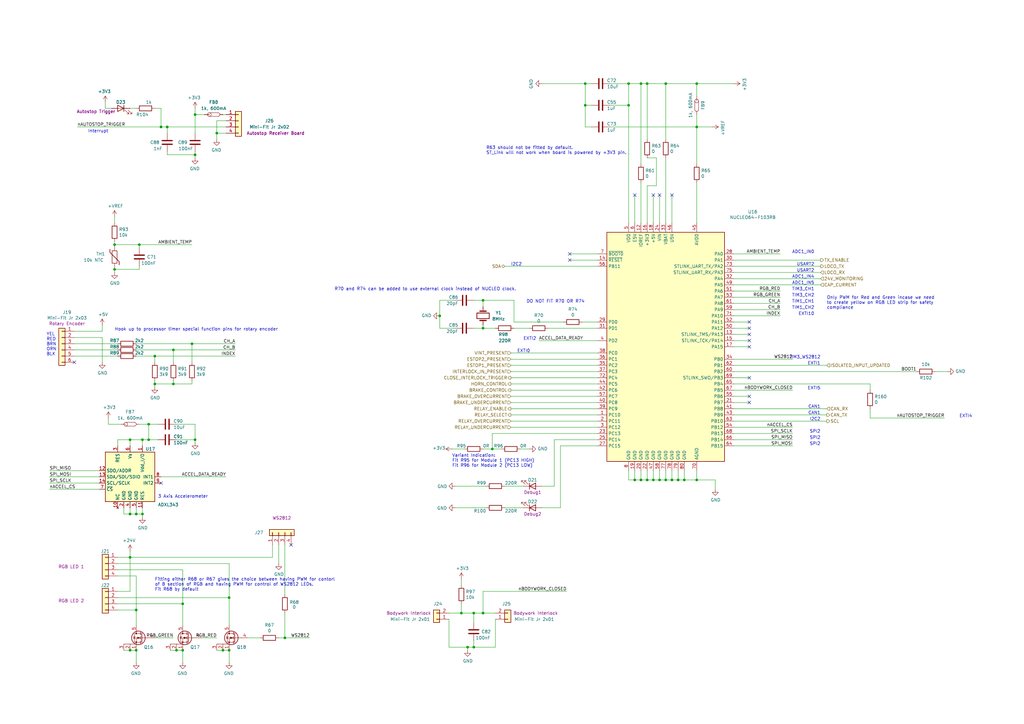
<source format=kicad_sch>
(kicad_sch (version 20211123) (generator eeschema)
  (paper "A3")
  (title_block (title "Loco Main Board") (date "2021-05-26") (rev "vA") (comment 1 "MJ"))
  (lib_symbols
    (symbol "RCAS_Connectors_Generic:Conn_01x02" (pin_names (offset 1.016) hide)
      (property "Reference" "J" (at 0 2.54 0))
      (property "Value" "Conn_01x02" (at 0 -5.08 0))
      (symbol "Conn_01x02_1_1"
        (pin passive line (at -5.08 0 0) (length 3.81) (name "Pin_1") (number "1"))
        (pin passive line (at -5.08 -2.54 0) (length 3.81) (name "Pin_2") (number "2"))
      )
    )
    (symbol "RCAS_Connectors_Generic:Conn_01x04" (pin_names (offset 1.016) hide)
      (property "Reference" "J" (at 0 5.08 0))
      (property "Value" "Conn_01x04" (at 0 -7.62 0))
      (symbol "Conn_01x04_1_1"
        (pin passive line (at -5.08 2.54 0) (length 3.81) (name "Pin_1") (number "1"))
        (pin passive line (at -5.08 0 0) (length 3.81) (name "Pin_2") (number "2"))
        (pin passive line (at -5.08 -2.54 0) (length 3.81) (name "Pin_3") (number "3"))
        (pin passive line (at -5.08 -5.08 0) (length 3.81) (name "Pin_4") (number "4"))
      )
    )
    (symbol "RCAS_Connectors_Generic:Conn_01x06" (pin_names (offset 1.016) hide)
      (property "Reference" "J" (at 0 7.62 0))
      (property "Value" "Conn_01x06" (at 0 -10.16 0))
      (symbol "Conn_01x06_1_1"
        (pin passive line (at -5.08 5.08 0) (length 3.81) (name "Pin_1") (number "1"))
        (pin passive line (at -5.08 2.54 0) (length 3.81) (name "Pin_2") (number "2"))
        (pin passive line (at -5.08 0 0) (length 3.81) (name "Pin_3") (number "3"))
        (pin passive line (at -5.08 -2.54 0) (length 3.81) (name "Pin_4") (number "4"))
        (pin passive line (at -5.08 -5.08 0) (length 3.81) (name "Pin_5") (number "5"))
        (pin passive line (at -5.08 -7.62 0) (length 3.81) (name "Pin_6") (number "6"))
      )
    )
    (symbol "RCAS_FETs:Q_NMOS_SSSGD" (pin_names (offset 0) hide)
      (property "Reference" "Q" (at 5.08 1.27 0))
      (property "Value" "Q_NMOS_SSSGD" (at 5.08 -1.27 0))
      (symbol "Q_NMOS_SSSGD_1_1"
        (pin passive line (at 2.54 -5.08 90) (length 2.54) (name "S") (number "1"))
        (pin passive line (at 5.08 -5.08 90) (length 2.54) (name "D") (number "2"))
        (pin passive line (at 7.62 -5.08 90) (length 2.54) (name "D") (number "3"))
        (pin input line (at -5.08 0 0) (length 2.54) (name "G") (number "4"))
        (pin passive line (at 2.54 5.08 270) (length 2.54) (name "D") (number "5"))
      )
    )
    (symbol "RCAS_LEDs:LED" (pin_numbers hide) (pin_names (offset 1.016) hide)
      (property "Reference" "D" (at 0 2.54 0))
      (property "Value" "LED" (at 0 -2.54 0))
      (symbol "LED_1_1"
        (pin passive line (at -3.81 0 0) (length 2.54) (name "K") (number "1"))
        (pin passive line (at 3.81 0 180) (length 2.54) (name "A") (number "2"))
      )
    )
    (symbol "RCAS_MCU_Module:NUCLEO64-F103RB"
      (property "Reference" "U12" (at 35.687 55.3974 0))
      (property "Value" "NUCLEO64-F103RB" (at 35.687 53.086 0))
      (symbol "NUCLEO64-F103RB_1_1"
        (pin bidirectional line (at -27.94 -27.94 0) (length 3.81) (name "PC10") (number "1"))
        (pin no_connect line (at -27.94 20.32 0) (length 3.81) hide (name "NC") (number "10"))
        (pin no_connect line (at -27.94 15.24 0) (length 3.81) hide (name "NC") (number "11"))
        (pin bidirectional line (at -10.16 50.8 270) (length 3.81) (name "IOREF") (number "12"))
        (pin bidirectional line (at 27.94 5.08 180) (length 3.81) (name "STLINK_TMS/PA13") (number "13"))
        (pin input line (at -27.94 35.56 0) (length 3.81) (name "~{RESET}") (number "14"))
        (pin bidirectional line (at 27.94 2.54 180) (length 3.81) (name "STLINK_TCK/PA14") (number "15"))
        (pin bidirectional line (at -7.62 50.8 270) (length 3.81) (name "+3V3") (number "16"))
        (pin bidirectional line (at 27.94 0 180) (length 3.81) (name "PA15") (number "17"))
        (pin power_in line (at -5.08 50.8 270) (length 3.81) (name "+5V") (number "18"))
        (pin power_in line (at -12.7 -50.8 90) (length 3.81) (name "GND") (number "19"))
        (pin bidirectional line (at -27.94 -30.48 0) (length 3.81) (name "PC11") (number "2"))
        (pin power_in line (at -10.16 -50.8 90) (length 3.81) (name "GND") (number "20"))
        (pin bidirectional line (at 27.94 -22.86 180) (length 3.81) (name "PB7") (number "21"))
        (pin power_in line (at -7.62 -50.8 90) (length 3.81) (name "GND") (number "22"))
        (pin bidirectional line (at -27.94 -35.56 0) (length 3.81) (name "PC13") (number "23"))
        (pin power_in line (at -2.54 50.8 270) (length 3.81) (name "VIN") (number "24"))
        (pin bidirectional line (at -27.94 -38.1 0) (length 3.81) (name "PC14") (number "25"))
        (pin no_connect line (at -27.94 22.86 0) (length 3.81) hide (name "NC") (number "26"))
        (pin bidirectional line (at -27.94 -40.64 0) (length 3.81) (name "PC15") (number "27"))
        (pin bidirectional line (at 27.94 38.1 180) (length 3.81) (name "PA0") (number "28"))
        (pin bidirectional line (at -27.94 10.16 0) (length 3.81) (name "PD0") (number "29"))
        (pin bidirectional line (at -27.94 -33.02 0) (length 3.81) (name "PC12") (number "3"))
        (pin bidirectional line (at 27.94 35.56 180) (length 3.81) (name "PA1") (number "30"))
        (pin bidirectional line (at -27.94 7.62 0) (length 3.81) (name "PD1") (number "31"))
        (pin bidirectional line (at 27.94 27.94 180) (length 3.81) (name "PA4") (number "32"))
        (pin bidirectional line (at 0 50.8 270) (length 3.81) (name "VBAT") (number "33"))
        (pin bidirectional line (at 27.94 -5.08 180) (length 3.81) (name "PB0") (number "34"))
        (pin bidirectional line (at -27.94 -7.62 0) (length 3.81) (name "PC2") (number "35"))
        (pin bidirectional line (at -27.94 -5.08 0) (length 3.81) (name "PC1") (number "36"))
        (pin bidirectional line (at -27.94 -10.16 0) (length 3.81) (name "PC3") (number "37"))
        (pin bidirectional line (at -27.94 -2.54 0) (length 3.81) (name "PC0") (number "38"))
        (pin bidirectional line (at -27.94 -25.4 0) (length 3.81) (name "PC9") (number "39"))
        (pin bidirectional line (at -27.94 2.54 0) (length 3.81) (name "PD2") (number "4"))
        (pin bidirectional line (at -27.94 -22.86 0) (length 3.81) (name "PC8") (number "40"))
        (pin bidirectional line (at 27.94 -25.4 180) (length 3.81) (name "PB8") (number "41"))
        (pin bidirectional line (at -27.94 -17.78 0) (length 3.81) (name "PC6") (number "42"))
        (pin bidirectional line (at 27.94 -27.94 180) (length 3.81) (name "PB9") (number "43"))
        (pin bidirectional line (at -27.94 -15.24 0) (length 3.81) (name "PC5") (number "44"))
        (pin bidirectional line (at 12.7 50.8 270) (length 3.81) (name "AVDD") (number "45"))
        (pin power_in line (at 2.54 50.8 270) (length 3.81) (name "U5V") (number "46"))
        (pin power_in line (at -5.08 -50.8 90) (length 3.81) (name "GND") (number "47"))
        (pin no_connect line (at -27.94 25.4 0) (length 3.81) hide (name "NC") (number "48"))
        (pin bidirectional line (at 27.94 25.4 180) (length 3.81) (name "PA5") (number "49"))
        (pin power_in line (at -15.24 50.8 270) (length 3.81) (name "VDD") (number "5"))
        (pin bidirectional line (at 27.94 7.62 180) (length 3.81) (name "PA12") (number "50"))
        (pin bidirectional line (at 27.94 22.86 180) (length 3.81) (name "PA6") (number "51"))
        (pin bidirectional line (at 27.94 10.16 180) (length 3.81) (name "PA11") (number "52"))
        (pin bidirectional line (at 27.94 20.32 180) (length 3.81) (name "PA7") (number "53"))
        (pin bidirectional line (at 27.94 -33.02 180) (length 3.81) (name "PB12") (number "54"))
        (pin bidirectional line (at 27.94 -20.32 180) (length 3.81) (name "PB6") (number "55"))
        (pin bidirectional line (at -27.94 33.02 0) (length 3.81) (name "PB11") (number "56"))
        (pin bidirectional line (at -27.94 -20.32 0) (length 3.81) (name "PC7") (number "57"))
        (pin power_in line (at -2.54 -50.8 90) (length 3.81) (name "GND") (number "58"))
        (pin bidirectional line (at 27.94 15.24 180) (length 3.81) (name "PA9") (number "59"))
        (pin power_in line (at -12.7 50.8 270) (length 3.81) (name "E5V") (number "6"))
        (pin bidirectional line (at 27.94 -10.16 180) (length 3.81) (name "PB2") (number "60"))
        (pin bidirectional line (at 27.94 17.78 180) (length 3.81) (name "PA8") (number "61"))
        (pin bidirectional line (at 27.94 -7.62 180) (length 3.81) (name "PB1") (number "62"))
        (pin bidirectional line (at 27.94 -30.48 180) (length 3.81) (name "PB10") (number "63"))
        (pin bidirectional line (at 27.94 -40.64 180) (length 3.81) (name "PB15") (number "64"))
        (pin bidirectional line (at 27.94 -15.24 180) (length 3.81) (name "PB4") (number "65"))
        (pin bidirectional line (at 27.94 -38.1 180) (length 3.81) (name "PB14") (number "66"))
        (pin bidirectional line (at 27.94 -17.78 180) (length 3.81) (name "PB5") (number "67"))
        (pin bidirectional line (at 27.94 -35.56 180) (length 3.81) (name "PB13") (number "68"))
        (pin bidirectional line (at 27.94 -12.7 180) (length 3.81) (name "STLINK_SWO/PB3") (number "69"))
        (pin input line (at -27.94 38.1 0) (length 3.81) (name "~{BOOT0}") (number "7"))
        (pin power_in line (at 12.7 -50.8 90) (length 3.81) (name "AGND") (number "70"))
        (pin bidirectional line (at 27.94 12.7 180) (length 3.81) (name "PA10") (number "71"))
        (pin bidirectional line (at -27.94 -12.7 0) (length 3.81) (name "PC4") (number "72"))
        (pin bidirectional line (at 27.94 33.02 180) (length 3.81) (name "STLINK_UART_TX/PA2") (number "73"))
        (pin no_connect line (at -27.94 30.48 0) (length 3.81) hide (name "NC") (number "74"))
        (pin bidirectional line (at 27.94 30.48 180) (length 3.81) (name "STLINK_UART_RX/PA3") (number "75"))
        (pin no_connect line (at -27.94 27.94 0) (length 3.81) hide (name "NC") (number "76"))
        (pin power_in line (at 0 -50.8 90) (length 3.81) (name "GND") (number "77"))
        (pin power_in line (at 2.54 -50.8 90) (length 3.81) (name "GND") (number "78"))
        (pin power_in line (at 5.08 -50.8 90) (length 3.81) (name "GND") (number "79"))
        (pin power_in line (at -15.24 -50.8 90) (length 3.81) (name "GND") (number "8"))
        (pin power_in line (at 7.62 -50.8 90) (length 3.81) (name "GND") (number "80"))
        (pin no_connect line (at -27.94 17.78 0) (length 3.81) hide (name "NC") (number "9"))
      )
    )
    (symbol "RCAS_Passives:Capacitor" (pin_numbers hide) (pin_names (offset 0.254))
      (property "Reference" "C" (at 0.635 2.54 0))
      (property "Value" "Capacitor" (at 0.635 -2.54 0))
      (symbol "Capacitor_1_1"
        (pin passive line (at 0 3.81 270) (length 2.794) (name "~") (number "1"))
        (pin passive line (at 0 -3.81 90) (length 2.794) (name "~") (number "2"))
      )
    )
    (symbol "RCAS_Passives:Crystal" (pin_numbers hide) (pin_names (offset 1.016) hide)
      (property "Reference" "Y" (at 0 3.81 0))
      (property "Value" "Crystal" (at 0 -3.81 0))
      (symbol "Crystal_1_1"
        (pin passive line (at -3.81 0 0) (length 1.27) (name "1") (number "1"))
        (pin passive line (at 3.81 0 180) (length 1.27) (name "2") (number "2"))
      )
    )
    (symbol "RCAS_Passives:Ferrite_Bead" (pin_numbers hide) (pin_names (offset 0))
      (property "Reference" "FB" (at -1.905 0.635 90))
      (property "Value" "Ferrite_Bead" (at 1.905 0.635 90))
      (symbol "Ferrite_Bead_1_1"
        (pin passive line (at 0 3.81 270) (length 2.032) (name "~") (number "1"))
        (pin passive line (at 0 -3.81 90) (length 1.27) (name "~") (number "2"))
      )
    )
    (symbol "RCAS_Passives:Resistor" (pin_numbers hide) (pin_names (offset 0))
      (property "Reference" "R" (at 2.032 0 90))
      (property "Value" "Resistor" (at 0 0 90))
      (symbol "Resistor_1_1"
        (pin passive line (at 0 3.81 270) (length 1.27) (name "~") (number "1"))
        (pin passive line (at 0 -3.81 90) (length 1.27) (name "~") (number "2"))
      )
    )
    (symbol "RCAS_Power_Symbols:+24V0" (power) (pin_names (offset 0))
      (property "Value" "+24V0" (at 0 3.556 0))
      (symbol "+24V0_1_1"
        (pin power_in line (at 0 0 90) (length 0) hide (name "+24V") (number "1"))
      )
    )
    (symbol "RCAS_Power_Symbols:+3V3" (power) (pin_names (offset 0))
      (property "Value" "+3V3" (at 0 3.556 0))
      (symbol "+3V3_1_1"
        (pin power_in line (at 0 0 90) (length 0) hide (name "+3V3") (number "1"))
      )
    )
    (symbol "RCAS_Power_Symbols:+5V0" (power) (pin_names (offset 0))
      (property "Value" "+5V0" (at 0 3.556 0))
      (symbol "+5V0_1_1"
        (pin power_in line (at 0 0 90) (length 0) hide (name "+5V") (number "1"))
      )
    )
    (symbol "RCAS_Power_Symbols:+VREF" (power) (pin_names (offset 0))
      (property "Value" "+VREF" (at 0 3.556 0))
      (symbol "+VREF_1_1"
        (pin power_in line (at 0 0 90) (length 0) hide (name "+VREF") (number "1"))
      )
    )
    (symbol "RCAS_Power_Symbols:GND" (power) (pin_names (offset 0))
      (property "Value" "GND" (at 0 -3.81 0))
      (symbol "GND_1_1"
        (pin power_in line (at 0 0 270) (length 0) hide (name "GND") (number "1"))
      )
    )
    (symbol "RCAS_Sensors:Accelerometer_3-Axis_ADXL343"
      (property "Reference" "U" (at 6.35 11.43 0))
      (property "Value" "Accelerometer_3-Axis_ADXL343" (at 6.35 -11.43 0))
      (symbol "Accelerometer_3-Axis_ADXL343_1_1"
        (pin power_in line (at 5.08 12.7 270) (length 2.54) (name "Vdd_I/O") (number "1"))
        (pin no_connect line (at -5.08 -12.7 90) (length 2.54) (name "NC") (number "10"))
        (pin passive line (at 5.08 -12.7 90) (length 2.54) (name "RES") (number "11"))
        (pin bidirectional line (at -12.7 2.54 0) (length 2.54) (name "SDO/ADDR") (number "12"))
        (pin bidirectional line (at -12.7 0 0) (length 2.54) (name "SDA/SDI/SDIO") (number "13"))
        (pin input line (at -12.7 -2.54 0) (length 2.54) (name "SCL/SCLK") (number "14"))
        (pin power_in line (at -2.54 -12.7 90) (length 2.54) (name "GND") (number "2"))
        (pin passive line (at -5.08 12.7 270) (length 2.54) (name "RES") (number "3"))
        (pin power_in line (at 0 -12.7 90) (length 2.54) (name "GND") (number "4"))
        (pin power_in line (at 2.54 -12.7 90) (length 2.54) (name "GND") (number "5"))
        (pin power_in line (at 0 12.7 270) (length 2.54) (name "Vs") (number "6"))
        (pin input line (at -12.7 -5.08 0) (length 2.54) (name "~{CS}") (number "7"))
        (pin output line (at 12.7 0 180) (length 2.54) (name "INT1") (number "8"))
        (pin output line (at 12.7 -2.54 180) (length 2.54) (name "INT2") (number "9"))
      )
    )
    (symbol "RCAS_Sensors:Thermistor" (pin_numbers hide) (pin_names (offset 0))
      (property "Reference" "TH" (at 2.54 1.27 90))
      (property "Value" "Thermistor" (at -2.54 0 90))
      (symbol "Thermistor_1_1"
        (pin passive line (at 0 5.08 270) (length 2.54) (name "~") (number "1"))
        (pin passive line (at 0 -5.08 90) (length 2.54) (name "~") (number "2"))
      )
    )
  )
  (junction (at 194.31 265.43))
  (junction (at 273.05 34.29))
  (junction (at 201.93 184.15))
  (junction (at 240.03 43.18))
  (junction (at 116.84 261.62))
  (junction (at 58.42 180.34))
  (junction (at 71.12 157.48))
  (junction (at 53.34 228.6))
  (junction (at 260.35 196.85))
  (junction (at 53.34 210.82))
  (junction (at 74.93 247.65))
  (junction (at 66.04 52.07))
  (junction (at 88.9 54.61))
  (junction (at 270.51 196.85))
  (junction (at 72.39 266.7))
  (junction (at 189.23 251.46))
  (junction (at 240.03 34.29))
  (junction (at 285.75 34.29))
  (junction (at 180.34 129.54))
  (junction (at 191.77 265.43))
  (junction (at 93.98 266.7))
  (junction (at 265.43 196.85))
  (junction (at 198.12 134.62))
  (junction (at 265.43 34.29))
  (junction (at 80.01 46.99))
  (junction (at 68.58 52.07))
  (junction (at 53.34 180.34))
  (junction (at 57.15 100.33))
  (junction (at 198.12 123.19))
  (junction (at 60.96 180.34))
  (junction (at 275.59 196.85))
  (junction (at 285.75 52.07))
  (junction (at 78.74 140.97))
  (junction (at 58.42 210.82))
  (junction (at 46.99 110.49))
  (junction (at 71.12 143.51))
  (junction (at 46.99 100.33))
  (junction (at 55.88 266.7))
  (junction (at 285.75 196.85))
  (junction (at 257.81 43.18))
  (junction (at 91.44 266.7))
  (junction (at 60.96 173.99))
  (junction (at 53.34 266.7))
  (junction (at 55.88 210.82))
  (junction (at 63.5 146.05))
  (junction (at 262.89 34.29))
  (junction (at 63.5 157.48))
  (junction (at 273.05 196.85))
  (junction (at 80.01 63.5))
  (junction (at 74.93 266.7))
  (junction (at 257.81 34.29))
  (junction (at 262.89 196.85))
  (junction (at 55.88 250.19))
  (junction (at 80.01 180.34))
  (junction (at 198.12 251.46))
  (junction (at 194.31 251.46))
  (junction (at 93.98 245.11))
  (junction (at 280.67 196.85))
  (junction (at 267.97 196.85))
  (junction (at 278.13 196.85))
  (no_connect (at 275.59 80.01))
  (no_connect (at 30.48 148.59))
  (no_connect (at 267.97 80.01))
  (no_connect (at 270.51 80.01))
  (no_connect (at 307.34 165.1))
  (no_connect (at 307.34 142.24))
  (no_connect (at 233.68 104.14))
  (no_connect (at 66.04 198.12))
  (no_connect (at 307.34 137.16))
  (no_connect (at 307.34 154.94))
  (no_connect (at 260.35 80.01))
  (no_connect (at 119.38 223.52))
  (no_connect (at 307.34 134.62))
  (no_connect (at 233.68 106.68))
  (no_connect (at 307.34 132.08))
  (no_connect (at 307.34 139.7))
  (no_connect (at 307.34 162.56))
  (wire (pts (xy 78.74 140.97) (xy 96.52 140.97)))
  (wire (pts (xy 383.54 152.4) (xy 388.62 152.4)))
  (wire (pts (xy 203.2 254) (xy 203.2 265.43)))
  (wire (pts (xy 275.59 193.04) (xy 275.59 196.85)))
  (wire (pts (xy 194.31 123.19) (xy 198.12 123.19)))
  (wire (pts (xy 227.33 180.34) (xy 227.33 199.39)))
  (wire (pts (xy 300.99 170.18) (xy 339.09 170.18)))
  (wire (pts (xy 55.88 208.28) (xy 55.88 210.82)))
  (wire (pts (xy 93.98 256.54) (xy 93.98 245.11)))
  (wire (pts (xy 91.44 266.7) (xy 93.98 266.7)))
  (wire (pts (xy 278.13 196.85) (xy 280.67 196.85)))
  (wire (pts (xy 53.34 208.28) (xy 53.34 210.82)))
  (wire (pts (xy 68.58 52.07) (xy 68.58 54.61)))
  (wire (pts (xy 63.5 261.62) (xy 71.12 261.62)))
  (wire (pts (xy 57.15 173.99) (xy 60.96 173.99)))
  (wire (pts (xy 46.99 110.49) (xy 46.99 111.76)))
  (wire (pts (xy 53.34 242.57) (xy 48.26 242.57)))
  (wire (pts (xy 58.42 210.82) (xy 55.88 210.82)))
  (wire (pts (xy 198.12 251.46) (xy 198.12 242.57)))
  (wire (pts (xy 245.11 162.56) (xy 209.55 162.56)))
  (wire (pts (xy 257.81 43.18) (xy 250.19 43.18)))
  (wire (pts (xy 245.11 160.02) (xy 209.55 160.02)))
  (wire (pts (xy 72.39 266.7) (xy 74.93 266.7)))
  (wire (pts (xy 74.93 233.68) (xy 74.93 247.65)))
  (wire (pts (xy 300.99 162.56) (xy 307.34 162.56)))
  (wire (pts (xy 214.63 199.39) (xy 207.01 199.39)))
  (wire (pts (xy 71.12 156.21) (xy 71.12 157.48)))
  (wire (pts (xy 63.5 157.48) (xy 71.12 157.48)))
  (wire (pts (xy 111.76 223.52) (xy 111.76 228.6)))
  (wire (pts (xy 106.68 261.62) (xy 101.6 261.62)))
  (wire (pts (xy 280.67 193.04) (xy 280.67 196.85)))
  (wire (pts (xy 245.11 106.68) (xy 233.68 106.68)))
  (wire (pts (xy 273.05 64.77) (xy 273.05 91.44)))
  (wire (pts (xy 60.96 173.99) (xy 60.96 180.34)))
  (wire (pts (xy 300.99 154.94) (xy 307.34 154.94)))
  (wire (pts (xy 53.34 44.45) (xy 55.88 44.45)))
  (wire (pts (xy 55.88 236.22) (xy 55.88 250.19)))
  (wire (pts (xy 300.99 119.38) (xy 320.04 119.38)))
  (wire (pts (xy 41.91 135.89) (xy 41.91 133.35)))
  (wire (pts (xy 20.32 198.12) (xy 40.64 198.12)))
  (wire (pts (xy 74.93 256.54) (xy 74.93 247.65)))
  (wire (pts (xy 46.99 100.33) (xy 46.99 99.06)))
  (wire (pts (xy 275.59 196.85) (xy 278.13 196.85)))
  (wire (pts (xy 40.64 195.58) (xy 20.32 195.58)))
  (wire (pts (xy 63.5 158.75) (xy 63.5 157.48)))
  (wire (pts (xy 265.43 76.2) (xy 269.24 76.2)))
  (wire (pts (xy 250.19 34.29) (xy 257.81 34.29)))
  (wire (pts (xy 64.77 180.34) (xy 60.96 180.34)))
  (wire (pts (xy 339.09 172.72) (xy 300.99 172.72)))
  (wire (pts (xy 57.15 100.33) (xy 46.99 100.33)))
  (wire (pts (xy 273.05 57.15) (xy 273.05 34.29)))
  (wire (pts (xy 30.48 143.51) (xy 48.26 143.51)))
  (wire (pts (xy 240.03 34.29) (xy 242.57 34.29)))
  (wire (pts (xy 48.26 247.65) (xy 74.93 247.65)))
  (wire (pts (xy 53.34 228.6) (xy 53.34 242.57)))
  (wire (pts (xy 55.88 143.51) (xy 71.12 143.51)))
  (wire (pts (xy 285.75 91.44) (xy 285.75 74.93)))
  (wire (pts (xy 257.81 193.04) (xy 257.81 196.85)))
  (wire (pts (xy 217.17 184.15) (xy 213.36 184.15)))
  (wire (pts (xy 300.99 132.08) (xy 307.34 132.08)))
  (wire (pts (xy 222.25 208.28) (xy 229.87 208.28)))
  (wire (pts (xy 245.11 132.08) (xy 238.76 132.08)))
  (wire (pts (xy 184.15 254) (xy 184.15 265.43)))
  (wire (pts (xy 57.15 100.33) (xy 78.74 100.33)))
  (wire (pts (xy 210.82 123.19) (xy 198.12 123.19)))
  (wire (pts (xy 63.5 157.48) (xy 63.5 156.21)))
  (wire (pts (xy 292.1 52.07) (xy 285.75 52.07)))
  (wire (pts (xy 339.09 149.86) (xy 300.99 149.86)))
  (wire (pts (xy 63.5 44.45) (xy 66.04 44.45)))
  (wire (pts (xy 189.23 251.46) (xy 184.15 251.46)))
  (wire (pts (xy 198.12 242.57) (xy 232.41 242.57)))
  (wire (pts (xy 285.75 67.31) (xy 285.75 52.07)))
  (wire (pts (xy 80.01 180.34) (xy 80.01 181.61)))
  (wire (pts (xy 285.75 34.29) (xy 300.99 34.29)))
  (wire (pts (xy 285.75 46.99) (xy 285.75 52.07)))
  (wire (pts (xy 203.2 265.43) (xy 194.31 265.43)))
  (wire (pts (xy 336.55 116.84) (xy 300.99 116.84)))
  (wire (pts (xy 92.71 195.58) (xy 66.04 195.58)))
  (wire (pts (xy 40.64 200.66) (xy 20.32 200.66)))
  (wire (pts (xy 265.43 91.44) (xy 265.43 76.2)))
  (wire (pts (xy 293.37 196.85) (xy 293.37 200.66)))
  (wire (pts (xy 58.42 180.34) (xy 58.42 182.88)))
  (wire (pts (xy 53.34 228.6) (xy 111.76 228.6)))
  (wire (pts (xy 92.71 54.61) (xy 88.9 54.61)))
  (wire (pts (xy 270.51 196.85) (xy 273.05 196.85)))
  (wire (pts (xy 116.84 261.62) (xy 127 261.62)))
  (wire (pts (xy 224.79 134.62) (xy 245.11 134.62)))
  (wire (pts (xy 53.34 182.88) (xy 53.34 180.34)))
  (wire (pts (xy 231.14 132.08) (xy 210.82 132.08)))
  (wire (pts (xy 53.34 210.82) (xy 50.8 210.82)))
  (wire (pts (xy 300.99 137.16) (xy 307.34 137.16)))
  (wire (pts (xy 267.97 91.44) (xy 267.97 80.01)))
  (wire (pts (xy 229.87 182.88) (xy 229.87 208.28)))
  (wire (pts (xy 114.3 261.62) (xy 116.84 261.62)))
  (wire (pts (xy 57.15 109.22) (xy 57.15 110.49)))
  (wire (pts (xy 320.04 127) (xy 300.99 127)))
  (wire (pts (xy 68.58 52.07) (xy 66.04 52.07)))
  (wire (pts (xy 262.89 34.29) (xy 265.43 34.29)))
  (wire (pts (xy 201.93 177.8) (xy 201.93 184.15)))
  (wire (pts (xy 30.48 138.43) (xy 41.91 138.43)))
  (wire (pts (xy 55.88 266.7) (xy 55.88 271.78)))
  (wire (pts (xy 209.55 149.86) (xy 245.11 149.86)))
  (wire (pts (xy 300.99 142.24) (xy 307.34 142.24)))
  (wire (pts (xy 43.18 44.45) (xy 45.72 44.45)))
  (wire (pts (xy 245.11 109.22) (xy 207.01 109.22)))
  (wire (pts (xy 92.71 46.99) (xy 91.44 46.99)))
  (wire (pts (xy 50.8 266.7) (xy 53.34 266.7)))
  (wire (pts (xy 269.24 64.77) (xy 265.43 64.77)))
  (wire (pts (xy 63.5 146.05) (xy 96.52 146.05)))
  (wire (pts (xy 43.18 41.91) (xy 43.18 44.45)))
  (wire (pts (xy 194.31 251.46) (xy 198.12 251.46)))
  (wire (pts (xy 262.89 91.44) (xy 262.89 74.93)))
  (wire (pts (xy 83.82 46.99) (xy 80.01 46.99)))
  (wire (pts (xy 280.67 196.85) (xy 285.75 196.85)))
  (wire (pts (xy 275.59 91.44) (xy 275.59 80.01)))
  (wire (pts (xy 180.34 123.19) (xy 180.34 129.54)))
  (wire (pts (xy 116.84 223.52) (xy 116.84 243.84)))
  (wire (pts (xy 240.03 52.07) (xy 240.03 43.18)))
  (wire (pts (xy 257.81 34.29) (xy 257.81 43.18)))
  (wire (pts (xy 80.01 173.99) (xy 80.01 180.34)))
  (wire (pts (xy 190.5 184.15) (xy 185.42 184.15)))
  (wire (pts (xy 278.13 193.04) (xy 278.13 196.85)))
  (wire (pts (xy 300.99 139.7) (xy 307.34 139.7)))
  (wire (pts (xy 194.31 251.46) (xy 194.31 255.27)))
  (wire (pts (xy 199.39 199.39) (xy 186.69 199.39)))
  (wire (pts (xy 189.23 251.46) (xy 194.31 251.46)))
  (wire (pts (xy 63.5 146.05) (xy 63.5 148.59)))
  (wire (pts (xy 80.01 63.5) (xy 68.58 63.5)))
  (wire (pts (xy 198.12 133.35) (xy 198.12 134.62)))
  (wire (pts (xy 240.03 43.18) (xy 240.03 34.29)))
  (wire (pts (xy 222.25 34.29) (xy 240.03 34.29)))
  (wire (pts (xy 201.93 177.8) (xy 245.11 177.8)))
  (wire (pts (xy 336.55 106.68) (xy 300.99 106.68)))
  (wire (pts (xy 270.51 91.44) (xy 270.51 80.01)))
  (wire (pts (xy 66.04 44.45) (xy 66.04 52.07)))
  (wire (pts (xy 194.31 265.43) (xy 194.31 262.89)))
  (wire (pts (xy 245.11 180.34) (xy 227.33 180.34)))
  (wire (pts (xy 78.74 140.97) (xy 78.74 148.59)))
  (wire (pts (xy 250.19 52.07) (xy 285.75 52.07)))
  (wire (pts (xy 48.26 250.19) (xy 55.88 250.19)))
  (wire (pts (xy 260.35 91.44) (xy 260.35 80.01)))
  (wire (pts (xy 198.12 134.62) (xy 203.2 134.62)))
  (wire (pts (xy 267.97 196.85) (xy 270.51 196.85)))
  (wire (pts (xy 265.43 34.29) (xy 273.05 34.29)))
  (wire (pts (xy 198.12 123.19) (xy 198.12 125.73)))
  (wire (pts (xy 69.85 266.7) (xy 72.39 266.7)))
  (wire (pts (xy 273.05 193.04) (xy 273.05 196.85)))
  (wire (pts (xy 71.12 157.48) (xy 78.74 157.48)))
  (wire (pts (xy 68.58 63.5) (xy 68.58 62.23)))
  (wire (pts (xy 285.75 193.04) (xy 285.75 196.85)))
  (wire (pts (xy 186.69 134.62) (xy 180.34 134.62)))
  (wire (pts (xy 356.87 157.48) (xy 356.87 160.02)))
  (wire (pts (xy 198.12 184.15) (xy 201.93 184.15)))
  (wire (pts (xy 300.99 111.76) (xy 336.55 111.76)))
  (wire (pts (xy 189.23 237.49) (xy 189.23 240.03)))
  (wire (pts (xy 300.99 109.22) (xy 336.55 109.22)))
  (wire (pts (xy 209.55 175.26) (xy 245.11 175.26)))
  (wire (pts (xy 88.9 49.53) (xy 92.71 49.53)))
  (wire (pts (xy 180.34 129.54) (xy 180.34 134.62)))
  (wire (pts (xy 80.01 46.99) (xy 80.01 54.61)))
  (wire (pts (xy 300.99 165.1) (xy 307.34 165.1)))
  (wire (pts (xy 194.31 265.43) (xy 191.77 265.43)))
  (wire (pts (xy 58.42 212.09) (xy 58.42 210.82)))
  (wire (pts (xy 191.77 266.7) (xy 191.77 265.43)))
  (wire (pts (xy 80.01 44.45) (xy 80.01 46.99)))
  (wire (pts (xy 325.12 182.88) (xy 300.99 182.88)))
  (wire (pts (xy 260.35 196.85) (xy 262.89 196.85)))
  (wire (pts (xy 300.99 147.32) (xy 325.12 147.32)))
  (wire (pts (xy 80.01 64.77) (xy 80.01 63.5)))
  (wire (pts (xy 209.55 152.4) (xy 245.11 152.4)))
  (wire (pts (xy 20.32 193.04) (xy 40.64 193.04)))
  (wire (pts (xy 262.89 193.04) (xy 262.89 196.85)))
  (wire (pts (xy 214.63 208.28) (xy 207.01 208.28)))
  (wire (pts (xy 53.34 228.6) (xy 48.26 228.6)))
  (wire (pts (xy 285.75 39.37) (xy 285.75 34.29)))
  (wire (pts (xy 186.69 123.19) (xy 180.34 123.19)))
  (wire (pts (xy 53.34 226.06) (xy 53.34 228.6)))
  (wire (pts (xy 92.71 52.07) (xy 68.58 52.07)))
  (wire (pts (xy 48.26 231.14) (xy 93.98 231.14)))
  (wire (pts (xy 58.42 180.34) (xy 53.34 180.34)))
  (wire (pts (xy 300.99 167.64) (xy 339.09 167.64)))
  (wire (pts (xy 78.74 157.48) (xy 78.74 156.21)))
  (wire (pts (xy 66.04 52.07) (xy 31.75 52.07)))
  (wire (pts (xy 199.39 208.28) (xy 186.69 208.28)))
  (wire (pts (xy 265.43 193.04) (xy 265.43 196.85)))
  (wire (pts (xy 44.45 171.45) (xy 44.45 173.99)))
  (wire (pts (xy 285.75 196.85) (xy 293.37 196.85)))
  (wire (pts (xy 320.04 121.92) (xy 300.99 121.92)))
  (wire (pts (xy 116.84 251.46) (xy 116.84 261.62)))
  (wire (pts (xy 325.12 175.26) (xy 300.99 175.26)))
  (wire (pts (xy 194.31 134.62) (xy 198.12 134.62)))
  (wire (pts (xy 336.55 114.3) (xy 300.99 114.3)))
  (wire (pts (xy 217.17 134.62) (xy 210.82 134.62)))
  (wire (pts (xy 257.81 91.44) (xy 257.81 43.18)))
  (wire (pts (xy 270.51 193.04) (xy 270.51 196.85)))
  (wire (pts (xy 46.99 91.44) (xy 46.99 88.9)))
  (wire (pts (xy 88.9 261.62) (xy 82.55 261.62)))
  (wire (pts (xy 245.11 165.1) (xy 209.55 165.1)))
  (wire (pts (xy 184.15 265.43) (xy 191.77 265.43)))
  (wire (pts (xy 44.45 173.99) (xy 49.53 173.99)))
  (wire (pts (xy 93.98 231.14) (xy 93.98 245.11)))
  (wire (pts (xy 265.43 196.85) (xy 267.97 196.85)))
  (wire (pts (xy 53.34 266.7) (xy 55.88 266.7)))
  (wire (pts (xy 262.89 67.31) (xy 262.89 34.29)))
  (wire (pts (xy 50.8 210.82) (xy 50.8 208.28)))
  (wire (pts (xy 262.89 196.85) (xy 265.43 196.85)))
  (wire (pts (xy 55.88 140.97) (xy 78.74 140.97)))
  (wire (pts (xy 71.12 143.51) (xy 96.52 143.51)))
  (wire (pts (xy 48.26 140.97) (xy 30.48 140.97)))
  (wire (pts (xy 53.34 180.34) (xy 48.26 180.34)))
  (wire (pts (xy 245.11 104.14) (xy 233.68 104.14)))
  (wire (pts (xy 55.88 146.05) (xy 63.5 146.05)))
  (wire (pts (xy 325.12 177.8) (xy 300.99 177.8)))
  (wire (pts (xy 300.99 157.48) (xy 356.87 157.48)))
  (wire (pts (xy 58.42 210.82) (xy 58.42 208.28)))
  (wire (pts (xy 265.43 57.15) (xy 265.43 34.29)))
  (wire (pts (xy 88.9 54.61) (xy 88.9 49.53)))
  (wire (pts (xy 209.55 170.18) (xy 245.11 170.18)))
  (wire (pts (xy 267.97 193.04) (xy 267.97 196.85)))
  (wire (pts (xy 260.35 193.04) (xy 260.35 196.85)))
  (wire (pts (xy 41.91 138.43) (xy 41.91 148.59)))
  (wire (pts (xy 48.26 236.22) (xy 55.88 236.22)))
  (wire (pts (xy 30.48 135.89) (xy 41.91 135.89)))
  (wire (pts (xy 209.55 144.78) (xy 245.11 144.78)))
  (wire (pts (xy 273.05 34.29) (xy 285.75 34.29)))
  (wire (pts (xy 93.98 266.7) (xy 93.98 271.78)))
  (wire (pts (xy 356.87 167.64) (xy 356.87 171.45)))
  (wire (pts (xy 320.04 129.54) (xy 300.99 129.54)))
  (wire (pts (xy 245.11 157.48) (xy 209.55 157.48)))
  (wire (pts (xy 71.12 143.51) (xy 71.12 148.59)))
  (wire (pts (xy 114.3 223.52) (xy 114.3 231.14)))
  (wire (pts (xy 220.98 139.7) (xy 245.11 139.7)))
  (wire (pts (xy 48.26 233.68) (xy 74.93 233.68)))
  (wire (pts (xy 48.26 245.11) (xy 93.98 245.11)))
  (wire (pts (xy 257.81 34.29) (xy 262.89 34.29)))
  (wire (pts (xy 57.15 101.6) (xy 57.15 100.33)))
  (wire (pts (xy 55.88 210.82) (xy 53.34 210.82)))
  (wire (pts (xy 48.26 146.05) (xy 30.48 146.05)))
  (wire (pts (xy 198.12 251.46) (xy 203.2 251.46)))
  (wire (pts (xy 80.01 63.5) (xy 80.01 62.23)))
  (wire (pts (xy 201.93 184.15) (xy 205.74 184.15)))
  (wire (pts (xy 210.82 123.19) (xy 210.82 132.08)))
  (wire (pts (xy 245.11 154.94) (xy 209.55 154.94)))
  (wire (pts (xy 269.24 76.2) (xy 269.24 64.77)))
  (wire (pts (xy 60.96 180.34) (xy 58.42 180.34)))
  (wire (pts (xy 242.57 52.07) (xy 240.03 52.07)))
  (wire (pts (xy 88.9 266.7) (xy 91.44 266.7)))
  (wire (pts (xy 257.81 196.85) (xy 260.35 196.85)))
  (wire (pts (xy 245.11 147.32) (xy 209.55 147.32)))
  (wire (pts (xy 72.39 173.99) (xy 80.01 173.99)))
  (wire (pts (xy 300.99 160.02) (xy 325.12 160.02)))
  (wire (pts (xy 64.77 173.99) (xy 60.96 173.99)))
  (wire (pts (xy 222.25 199.39) (xy 227.33 199.39)))
  (wire (pts (xy 320.04 124.46) (xy 300.99 124.46)))
  (wire (pts (xy 189.23 247.65) (xy 189.23 251.46)))
  (wire (pts (xy 55.88 256.54) (xy 55.88 250.19)))
  (wire (pts (xy 325.12 180.34) (xy 300.99 180.34)))
  (wire (pts (xy 273.05 196.85) (xy 275.59 196.85)))
  (wire (pts (xy 72.39 180.34) (xy 80.01 180.34)))
  (wire (pts (xy 356.87 171.45) (xy 387.35 171.45)))
  (wire (pts (xy 240.03 43.18) (xy 242.57 43.18)))
  (wire (pts (xy 245.11 167.64) (xy 209.55 167.64)))
  (wire (pts (xy 300.99 134.62) (xy 307.34 134.62)))
  (wire (pts (xy 48.26 180.34) (xy 48.26 182.88)))
  (wire (pts (xy 229.87 182.88) (xy 245.11 182.88)))
  (wire (pts (xy 88.9 54.61) (xy 88.9 57.15)))
  (wire (pts (xy 57.15 110.49) (xy 46.99 110.49)))
  (wire (pts (xy 320.04 104.14) (xy 300.99 104.14)))
  (wire (pts (xy 209.55 172.72) (xy 245.11 172.72)))
  (wire (pts (xy 300.99 152.4) (xy 375.92 152.4)))
  (wire (pts (xy 74.93 266.7) (xy 74.93 271.78)))
  (text "SPI2" (at 336.55 177.8 180) (effects (font (size 1.27 1.27)) (justify right bottom)))
  (text "TIM3_CH2" (at 334.01 121.92 180) (effects (font (size 1.27 1.27)) (justify right bottom)))
  (text "DO NOT FIT R70 OR R74" (at 215.9 124.46 0) (effects (font (size 1.27 1.27)) (justify left bottom)))
  (text "EXTI10" (at 334.01 129.54 180) (effects (font (size 1.27 1.27)) (justify right bottom)))
  (text "USART2" (at 334.01 111.76 180) (effects (font (size 1.27 1.27)) (justify right bottom)))
  (text "ADC1_IN0" (at 334.01 104.14 180) (effects (font (size 1.27 1.27)) (justify right bottom)))
  (text "CAN1" (at 336.55 167.64 180) (effects (font (size 1.27 1.27)) (justify right bottom)))
  (text "CAN1" (at 336.55 170.18 180) (effects (font (size 1.27 1.27)) (justify right bottom)))
  (text "EXTI5" (at 336.55 160.02 180) (effects (font (size 1.27 1.27)) (justify right bottom)))
  (text "Variant Indication:\nFit R95 for Module 1 (PC13 HIGH)\nFit R96 for Module 2 (PC13 LOW)" (at 185.42 191.77 0) (effects (font (size 1.27 1.27)) (justify left bottom)))
  (text "TIM1_CH1" (at 334.01 124.46 180) (effects (font (size 1.27 1.27)) (justify right bottom)))
  (text "3 Axis Accelerometer" (at 64.77 204.47 0) (effects (font (size 1.27 1.27)) (justify left bottom)))
  (text "I2C2" (at 336.55 172.72 180) (effects (font (size 1.27 1.27)) (justify right bottom)))
  (text "R70 and R74 can be added to use external clock instead of NUCLEO clock." (at 137.16 119.38 0) (effects (font (size 1.27 1.27)) (justify left bottom)))
  (text "SPI2" (at 336.55 182.88 180) (effects (font (size 1.27 1.27)) (justify right bottom)))
  (text "USART2" (at 334.01 109.22 180) (effects (font (size 1.27 1.27)) (justify right bottom)))
  (text "EXTI4" (at 398.78 171.45 180) (effects (font (size 1.27 1.27)) (justify right bottom)))
  (text "TIM3_CH1" (at 334.01 119.38 180) (effects (font (size 1.27 1.27)) (justify right bottom)))
  (text "TIM3_WS2812" (at 336.55 147.32 180) (effects (font (size 1.27 1.27)) (justify right bottom)))
  (text "ADC1_IN4" (at 334.01 114.3 180) (effects (font (size 1.27 1.27)) (justify right bottom)))
  (text "Hook up to processor timer special function pins for rotary encoder" (at 46.99 135.89 0) (effects (font (size 1.27 1.27)) (justify left bottom)))
  (text "TIM1_CH2" (at 334.01 127 180) (effects (font (size 1.27 1.27)) (justify right bottom)))
  (text "EXTI0" (at 212.09 144.78 0) (effects (font (size 1.27 1.27)) (justify left bottom)))
  (text "EXTI2" (at 214.63 139.7 0) (effects (font (size 1.27 1.27)) (justify left bottom)))
  (text "Interrupt" (at 44.45 54.61 180) (effects (font (size 1.27 1.27)) (justify right bottom)))
  (text "ADC1_IN5" (at 334.01 116.84 180) (effects (font (size 1.27 1.27)) (justify right bottom)))
  (text "I2C2" (at 209.55 109.22 0) (effects (font (size 1.27 1.27)) (justify left bottom)))
  (text "YEL\nRED\nBRN\nORN\nBLK" (at 19.05 146.05 0) (effects (font (size 1.27 1.27)) (justify left bottom)))
  (text "Fitting either R68 or R67 gives the choice between having PWM for contorl \nof B section of RGB and having PWM for control of WS2812 LEDs.\nFit R68 by default" (at 63.5 242.57 0) (effects (font (size 1.27 1.27)) (justify left bottom)))
  (text "R63 should not be fitted by default.\nST_Link will not work when board is powered by +3V3 pin." (at 199.39 63.5 0) (effects (font (size 1.27 1.27)) (justify left bottom)))
  (text "EXTI1" (at 336.55 149.86 180) (effects (font (size 1.27 1.27)) (justify right bottom)))
  (text "SPI2" (at 336.55 180.34 180) (effects (font (size 1.27 1.27)) (justify right bottom)))
  (text "Only PWM for Red and Green incase we need\nto create yellow on RGB LED strip for safety\ncompliance" (at 339.09 127 0) (effects (font (size 1.27 1.27)) (justify left bottom)))
  (label "RGB_GREEN" (at 320.04 121.92 180))
  (label "ACCEL_DATA_READY" (at 92.71 195.58 180))
  (label "INDEX" (at 96.52 146.05 180))
  (label "INDEX" (at 320.04 129.54 180))
  (label "nACCEL_CS" (at 20.32 200.66 0))
  (label "AMBIENT_TEMP" (at 78.74 100.33 180))
  (label "CH_B" (at 320.04 127 180))
  (label "nBODYWORK_CLOSED" (at 325.12 160.02 180))
  (label "AMBIENT_TEMP" (at 320.04 104.14 180))
  (label "SPI_SCLK" (at 20.32 198.12 0))
  (label "RGB_RED" (at 88.9 261.62 180))
  (label "CH_A" (at 320.04 124.46 180))
  (label "SPI_MOSI" (at 20.32 195.58 0))
  (label "BOOT1" (at 375.92 152.4 180))
  (label "nAUTOSTOP_TRIGGER" (at 387.35 171.45 180))
  (label "SPI_MOSI" (at 325.12 182.88 180))
  (label "WS2812" (at 325.12 147.32 180))
  (label "WS2812" (at 127 261.62 180))
  (label "nBODYWORK_CLOSED" (at 232.41 242.57 180))
  (label "nAUTOSTOP_TRIGGER" (at 31.75 52.07 0))
  (label "SPI_MISO" (at 20.32 193.04 0))
  (label "nACCEL_CS" (at 325.12 175.26 180))
  (label "RGB_RED" (at 320.04 119.38 180))
  (label "SPI_MISO" (at 325.12 180.34 180))
  (label "SPI_SCLK" (at 325.12 177.8 180))
  (label "RGB_GREEN" (at 71.12 261.62 180))
  (label "CH_A" (at 96.52 140.97 180))
  (label "ACCEL_DATA_READY" (at 220.98 139.7 0))
  (label "CH_B" (at 96.52 143.51 180))
  (hierarchical_label "SDA" (shape bidirectional) (at 207.01 109.22 180))
  (hierarchical_label "ESTOP2_PRESENT" (shape input) (at 209.55 147.32 180))
  (hierarchical_label "RELAY_ENABLE" (shape output) (at 209.55 167.64 180))
  (hierarchical_label "ESTOP1_PRESENT" (shape input) (at 209.55 149.86 180))
  (hierarchical_label "RELAY_OVERCURRENT" (shape input) (at 209.55 172.72 180))
  (hierarchical_label "ISOLATED_INPUT_UPDATED" (shape input) (at 339.09 149.86 0))
  (hierarchical_label "CAP_CURRENT" (shape input) (at 336.55 116.84 0))
  (hierarchical_label "SCL" (shape output) (at 339.09 172.72 0))
  (hierarchical_label "CAN_TX" (shape output) (at 339.09 170.18 0))
  (hierarchical_label "RELAY_SELECT" (shape output) (at 209.55 170.18 180))
  (hierarchical_label "RELAY_UNDERCURRENT" (shape input) (at 209.55 175.26 180))
  (hierarchical_label "BRAKE_CONTROL" (shape output) (at 209.55 160.02 180))
  (hierarchical_label "BRAKE_OVERCURRENT" (shape input) (at 209.55 162.56 180))
  (hierarchical_label "24V_MONITORING" (shape input) (at 336.55 114.3 0))
  (hierarchical_label "HORN_CONTROL" (shape output) (at 209.55 157.48 180))
  (hierarchical_label "LOCO_TX" (shape output) (at 336.55 109.22 0))
  (hierarchical_label "VINT_PRESENT" (shape input) (at 209.55 144.78 180))
  (hierarchical_label "CAN_RX" (shape input) (at 339.09 167.64 0))
  (hierarchical_label "BRAKE_UNDERCURRENT" (shape input) (at 209.55 165.1 180))
  (hierarchical_label "CLOSE_INTERLOCK_TRIGGER" (shape output) (at 209.55 154.94 180))
  (hierarchical_label "TX_ENABLE" (shape output) (at 336.55 106.68 0))
  (hierarchical_label "INTERLOCK_IN_PRESENT" (shape input) (at 209.55 152.4 180))
  (hierarchical_label "LOCO_RX" (shape input) (at 336.55 111.76 0))
  (symbol (lib_id "RCAS_Passives:Resistor") (at 379.73 152.4 270) (unit 1)
    (property "Reference" "R102" (at 379.73 154.94 90))
    (property "Value" "10k" (at 379.73 149.4536 90))
    (property "Footprint" "RCAS_Resistor_SMD:R_0603_1608Metric_Pad1.05x0.95mm_HandSolder" (effects hide))
    (property "LCSC" "C25804" (effects hide))
  )
  (symbol (lib_id "RCAS_Passives:Crystal") (at 198.12 129.54 90) (mirror x) (unit 1)
    (property "Reference" "Y1" (at 204.47 128.27 90))
    (property "Value" "8MHz" (at 204.47 130.81 90))
    (property "Footprint" "RCAS_Crystal:Crystal_SMD_Abracon_ABM3-2Pin_5.0x3.2mm_HandSoldering" (effects hide))
    (property "LCSC" "C115962" (effects hide))
  )
  (symbol (lib_id "RCAS_Passives:Resistor") (at 207.01 134.62 270) (unit 1)
    (property "Reference" "R98" (at 204.47 137.16 90) (effects (justify left)))
    (property "Value" "220R" (at 204.47 139.7 90) (effects (justify left)))
    (property "Footprint" "RCAS_Resistor_SMD:R_0603_1608Metric_Pad1.05x0.95mm_HandSolder" (effects hide))
    (property "LCSC" "C22962" (effects hide))
  )
  (symbol (lib_id "RCAS_LEDs:LED") (at 218.44 208.28 0) (mirror x) (unit 1)
    (property "Reference" "D22" (at 218.44 205.74 0))
    (property "Value" "LED" (effects hide))
    (property "Footprint" "RCAS_LED_SMD:LED_0603_1608Metric_Pad1.05x0.95mm_HandSolder" (effects hide))
    (property "Cost" "0.11" (effects hide))
    (property "Description" "Yellow LED, 2V, 30mA, 0603" (effects hide))
    (property "Manufacturer" "Wurth Elektronik" (effects hide))
    (property "Manufacturer Part Number" "150060YS75000" (effects hide))
    (property "Supplier" "DigiKey" (effects hide))
    (property "Supplier Part Number" "732-4981-1-ND" (effects hide))
    (property "Label" "Debug2" (at 218.44 210.82 0))
    (property "LCSC" "C125099" (effects hide))
  )
  (symbol (lib_id "RCAS_LEDs:LED") (at 218.44 199.39 0) (mirror x) (unit 1)
    (property "Reference" "D21" (at 218.44 196.85 0))
    (property "Value" "LED" (effects hide))
    (property "Footprint" "RCAS_LED_SMD:LED_0603_1608Metric_Pad1.05x0.95mm_HandSolder" (effects hide))
    (property "Cost" "0.11" (effects hide))
    (property "Description" "Yellow LED, 2V, 30mA, 0603" (effects hide))
    (property "Manufacturer" "Wurth Elektronik" (effects hide))
    (property "Manufacturer Part Number" "150060YS75000" (effects hide))
    (property "Supplier" "DigiKey" (effects hide))
    (property "Supplier Part Number" "732-4981-1-ND" (effects hide))
    (property "Label" "Debug1" (at 218.44 201.93 0))
    (property "LCSC" "C125099" (effects hide))
  )
  (symbol (lib_id "RCAS_Passives:Resistor") (at 59.69 44.45 90) (mirror x) (unit 1)
    (property "Reference" "R104" (at 60.96 46.99 90) (effects (justify left)))
    (property "Value" "1k" (at 62.23 41.91 90) (effects (justify left)))
    (property "Footprint" "RCAS_Resistor_SMD:R_0603_1608Metric_Pad1.05x0.95mm_HandSolder" (effects hide))
    (property "LCSC" "C21190" (effects hide))
  )
  (symbol (lib_id "RCAS_Power_Symbols:+3V3") (at 43.18 41.91 0) (mirror y) (unit 1)
    (property "Reference" "#PWR0151" (effects hide))
    (property "Value" "+3V3" (at 42.799 37.5158 0))
  )
  (symbol (lib_id "RCAS_LEDs:LED") (at 49.53 44.45 0) (mirror y) (unit 1)
    (property "Reference" "D23" (at 49.53 41.91 0))
    (property "Value" "LED" (effects hide))
    (property "Footprint" "RCAS_LED_SMD:LED_0603_1608Metric_Pad1.05x0.95mm_HandSolder" (effects hide))
    (property "Label" "Autostop Trigger" (at 39.37 45.72 0))
    (property "LCSC" "C125099" (effects hide))
  )
  (symbol (lib_id "RCAS_Connectors_Generic:Conn_01x04") (at 97.79 49.53 0) (unit 1)
    (property "Reference" "J26" (at 110.49 49.53 0))
    (property "Value" "Mini-Fit Jr 2x02" (at 110.49 52.07 0))
    (property "Footprint" "RCAS_Connector_Molex:Molex_Mini-Fit_Jr_5566-04A_2x02_P4.20mm_Vertical" (effects hide))
    (property "Label" "Autostop Receiver Board" (at 113.03 54.61 0))
    (property "Manufacturer" "Molex" (effects hide))
    (property "Manufacturer Part Number" "0039281043" (effects hide))
    (property "Part Description" "4 Position, Vertical TH, Mini-Fit Jr Natural" (effects hide))
    (property "Cost" "0.56" (effects hide))
    (property "Supplier" "Digikey" (effects hide))
    (property "Supplier Part Number" "WM3801-ND" (effects hide))
  )
  (symbol (lib_id "RCAS_Power_Symbols:GND") (at 88.9 57.15 0) (mirror y) (unit 1)
    (property "Reference" "#PWR0158" (effects hide))
    (property "Value" "GND" (at 88.773 61.5442 0))
  )
  (symbol (lib_id "RCAS_Power_Symbols:+3V3") (at 80.01 44.45 0) (mirror y) (unit 1)
    (property "Reference" "#PWR0154" (effects hide))
    (property "Value" "+3V3" (at 79.629 40.0558 0))
  )
  (symbol (lib_id "RCAS_Passives:Capacitor") (at 80.01 58.42 0) (mirror x) (unit 1)
    (property "Reference" "C89" (at 74.93 58.42 0))
    (property "Value" "100nF" (at 76.2 60.96 0))
    (property "Footprint" "RCAS_Capacitor_SMD:C_0603_1608Metric_Pad1.05x0.95mm_HandSolder" (effects hide))
    (property "LCSC" "C14663" (effects hide))
  )
  (symbol (lib_id "RCAS_Passives:Capacitor") (at 68.58 58.42 0) (mirror x) (unit 1)
    (property "Reference" "C88" (at 63.5 58.42 0))
    (property "Value" "1nF" (at 64.77 60.96 0))
    (property "Footprint" "RCAS_Capacitor_SMD:C_0603_1608Metric_Pad1.05x0.95mm_HandSolder" (effects hide))
    (property "LCSC" "C1588" (effects hide))
  )
  (symbol (lib_id "RCAS_Power_Symbols:GND") (at 80.01 64.77 0) (mirror y) (unit 1)
    (property "Reference" "#PWR0155" (effects hide))
    (property "Value" "GND" (at 79.883 69.1642 0))
  )
  (symbol (lib_id "RCAS_Passives:Ferrite_Bead") (at 87.63 46.99 90) (mirror x) (unit 1)
    (property "Reference" "FB8" (at 87.63 41.91 90))
    (property "Value" "1k, 600mA" (at 87.63 44.45 90))
    (property "Footprint" "RCAS_Inductor_SMD:L_0603_1608Metric_Pad1.05x0.95mm_HandSolder" (effects hide))
    (property "Cost" "0.13" (effects hide))
    (property "Description" "1K @ 100MHz, 600mA, 300mR, 0603" (effects hide))
    (property "Manufacturer" "Wurth Elektronik" (effects hide))
    (property "Manufacturer Part Number" "742792662" (effects hide))
    (property "Supplier" "Digikey" (effects hide))
    (property "Supplier Part Number" "732-4670-1-ND" (effects hide))
    (property "LCSC" "C19330" (effects hide))
    (property "Part Description" "1K @ 100MHz, 600mA, 300mR, 0603" (effects hide))
  )
  (symbol (lib_id "RCAS_Sensors:Accelerometer_3-Axis_ADXL343") (at 53.34 195.58 0) (unit 1)
    (property "Reference" "U17" (at 59.69 184.15 0) (effects (justify left)))
    (property "Value" "ADXL343" (at 64.77 207.01 0) (effects (justify left)))
    (property "Footprint" "RCAS_Package_LGA:LGA-14_3x5mm_P0.8mm_LayoutBorder1x6y" (effects hide))
    (property "Cost" "2.20" (effects hide))
    (property "Manufacturer" "Analog Devices" (effects hide))
    (property "Manufacturer Part Number" "ADXL343BCCZ" (effects hide))
    (property "Part Description" "Accelerometer X, Y, Z Axis ±2g, 4g, 8g, 16g 0.05Hz ~ 1.6kHz 14-LGA (3x5)" (effects hide))
    (property "Supplier" "Digikey" (effects hide))
    (property "Supplier Part Number" "ADXL343BCCZ-ND" (effects hide))
  )
  (symbol (lib_id "RCAS_Power_Symbols:GND") (at 58.42 212.09 0) (unit 1)
    (property "Reference" "#PWR0156" (effects hide))
    (property "Value" "GND" (at 58.547 216.4842 0))
  )
  (symbol (lib_id "RCAS_Power_Symbols:+3V3") (at 44.45 171.45 0) (unit 1)
    (property "Reference" "#PWR0153" (effects hide))
    (property "Value" "+3V3" (at 44.831 167.0558 0))
  )
  (symbol (lib_id "RCAS_Passives:Capacitor") (at 68.58 180.34 270) (unit 1)
    (property "Reference" "C91" (at 71.12 179.07 90) (effects (justify left)))
    (property "Value" "100nF" (at 71.12 181.61 90) (effects (justify left)))
    (property "Footprint" "RCAS_Capacitor_SMD:C_0603_1608Metric_Pad1.05x0.95mm_HandSolder" (effects hide))
    (property "LCSC" "C14663" (effects hide))
  )
  (symbol (lib_id "RCAS_Passives:Capacitor") (at 68.58 173.99 270) (unit 1)
    (property "Reference" "C90" (at 71.12 172.72 90) (effects (justify left)))
    (property "Value" "10uF" (at 71.12 175.26 90) (effects (justify left)))
    (property "Footprint" "RCAS_Capacitor_SMD:C_0805_2012Metric" (effects hide))
    (property "Description" "10V" (effects hide))
    (property "LCSC" "C15850" (effects hide))
  )
  (symbol (lib_id "RCAS_Power_Symbols:GND") (at 80.01 181.61 0) (unit 1)
    (property "Reference" "#PWR0159" (effects hide))
    (property "Value" "GND" (at 80.137 186.0042 0))
  )
  (symbol (lib_id "RCAS_Power_Symbols:GND") (at 46.99 111.76 0) (unit 1)
    (property "Reference" "#PWR0132" (effects hide))
    (property "Value" "GND" (at 47.117 116.1542 0))
  )
  (symbol (lib_id "RCAS_Passives:Capacitor") (at 57.15 105.41 180) (unit 1)
    (property "Reference" "C71" (at 62.23 105.41 0))
    (property "Value" "100nF" (at 60.96 107.95 0))
    (property "Footprint" "RCAS_Capacitor_SMD:C_0603_1608Metric_Pad1.05x0.95mm_HandSolder" (effects hide))
    (property "LCSC" "C14663" (effects hide))
  )
  (symbol (lib_id "RCAS_Passives:Resistor") (at 46.99 95.25 0) (unit 1)
    (property "Reference" "R93" (at 48.768 94.0816 0) (effects (justify left)))
    (property "Value" "10k" (at 48.768 96.393 0) (effects (justify left)))
    (property "Footprint" "RCAS_Resistor_SMD:R_0603_1608Metric_Pad1.05x0.95mm_HandSolder" (effects hide))
    (property "LCSC" "C25804" (effects hide))
  )
  (symbol (lib_id "RCAS_Passives:Ferrite_Bead") (at 53.34 173.99 90) (mirror x) (unit 1)
    (property "Reference" "FB7" (at 53.34 168.91 90))
    (property "Value" "1k, 600mA" (at 53.34 171.45 90))
    (property "Footprint" "RCAS_Inductor_SMD:L_0603_1608Metric_Pad1.05x0.95mm_HandSolder" (effects hide))
    (property "Description" "1K @ 100MHz, 600mA, 300mR, 0603" (effects hide))
    (property "Manufacturer" "Wurth Elektronik" (effects hide))
    (property "Manufacturer Part Number" "742792662" (effects hide))
    (property "Supplier" "Digikey" (effects hide))
    (property "Supplier Part Number" "732-4670-1-ND" (effects hide))
    (property "Cost" "0.13" (effects hide))
    (property "LCSC" "C19330" (effects hide))
    (property "Part Description" "1K @ 100MHz, 600mA, 300mR, 0603" (effects hide))
  )
  (symbol (lib_id "RCAS_Sensors:Thermistor") (at 46.99 105.41 0) (unit 1)
    (property "Reference" "TH1" (at 39.37 104.14 0) (effects (justify left)))
    (property "Value" "10k NTC" (at 34.29 106.68 0) (effects (justify left)))
    (property "Footprint" "RCAS_Resistor_SMD:R_0603_1608Metric_Pad1.05x0.95mm_HandSolder" (effects hide))
    (property "LCSC" "C86143" (effects hide))
    (property "Manufacturer" "Murata" (effects hide))
    (property "Manufacturer Part Number" "NCP18XV103J03RB" (effects hide))
  )
  (symbol (lib_id "RCAS_Connectors_Generic:Conn_01x06") (at 25.4 140.97 0) (mirror y) (unit 1)
    (property "Reference" "J19" (at 27.4828 128.0922 0))
    (property "Value" "Mini-Fit Jr 2x03" (at 27.4828 130.4036 0))
    (property "Footprint" "RCAS_Connector_Molex:Molex_Mini-Fit_Jr_5566-06A_2x03_P4.20mm_Vertical" (effects hide))
    (property "Label" "Rotary Encoder" (at 27.4828 132.715 0))
    (property "Cost" "0.81" (effects hide))
    (property "Manufacturer" "Molex" (effects hide))
    (property "Manufacturer Part Number" "39281063" (effects hide))
    (property "Part Description" "6 Position, Vertical TH, Mini-Fit Jr, Natural" (effects hide))
    (property "Supplier" "RS" (effects hide))
    (property "Supplier Part Number" "484-1906" (effects hide))
  )
  (symbol (lib_id "RCAS_Power_Symbols:+5V0") (at 41.91 133.35 0) (unit 1)
    (property "Reference" "#PWR0125" (effects hide))
    (property "Value" "+5V0" (at 42.291 128.9558 0))
  )
  (symbol (lib_id "RCAS_Power_Symbols:GND") (at 41.91 148.59 0) (unit 1)
    (property "Reference" "#PWR0126" (effects hide))
    (property "Value" "GND" (at 42.037 152.9842 0))
  )
  (symbol (lib_id "RCAS_Passives:Resistor") (at 52.07 140.97 270) (unit 1)
    (property "Reference" "R87" (at 46.99 139.7 90))
    (property "Value" "2k2" (at 57.15 139.7 90))
    (property "Footprint" "RCAS_Resistor_SMD:R_0603_1608Metric_Pad1.05x0.95mm_HandSolder" (effects hide))
    (property "LCSC" "C4190" (effects hide))
  )
  (symbol (lib_id "RCAS_Passives:Resistor") (at 52.07 143.51 270) (unit 1)
    (property "Reference" "R88" (at 46.99 142.24 90))
    (property "Value" "2k2" (at 57.15 142.24 90))
    (property "Footprint" "RCAS_Resistor_SMD:R_0603_1608Metric_Pad1.05x0.95mm_HandSolder" (effects hide))
    (property "LCSC" "C4190" (effects hide))
  )
  (symbol (lib_id "RCAS_Passives:Resistor") (at 52.07 146.05 270) (unit 1)
    (property "Reference" "R89" (at 46.99 144.78 90))
    (property "Value" "2k2" (at 57.15 144.78 90))
    (property "Footprint" "RCAS_Resistor_SMD:R_0603_1608Metric_Pad1.05x0.95mm_HandSolder" (effects hide))
    (property "LCSC" "C4190" (effects hide))
  )
  (symbol (lib_id "RCAS_Passives:Resistor") (at 63.5 152.4 0) (unit 1)
    (property "Reference" "R90" (at 65.278 151.2316 0) (effects (justify left)))
    (property "Value" "3k9" (at 65.278 153.543 0) (effects (justify left)))
    (property "Footprint" "RCAS_Resistor_SMD:R_0603_1608Metric_Pad1.05x0.95mm_HandSolder" (effects hide))
    (property "LCSC" "C23018" (effects hide))
  )
  (symbol (lib_id "RCAS_Passives:Resistor") (at 71.12 152.4 0) (unit 1)
    (property "Reference" "R91" (at 72.898 151.2316 0) (effects (justify left)))
    (property "Value" "3k9" (at 72.898 153.543 0) (effects (justify left)))
    (property "Footprint" "RCAS_Resistor_SMD:R_0603_1608Metric_Pad1.05x0.95mm_HandSolder" (effects hide))
    (property "LCSC" "C23018" (effects hide))
  )
  (symbol (lib_id "RCAS_Passives:Resistor") (at 78.74 152.4 0) (unit 1)
    (property "Reference" "R92" (at 80.518 151.2316 0) (effects (justify left)))
    (property "Value" "3k9" (at 80.518 153.543 0) (effects (justify left)))
    (property "Footprint" "RCAS_Resistor_SMD:R_0603_1608Metric_Pad1.05x0.95mm_HandSolder" (effects hide))
    (property "LCSC" "C23018" (effects hide))
  )
  (symbol (lib_id "RCAS_Power_Symbols:GND") (at 63.5 158.75 0) (unit 1)
    (property "Reference" "#PWR0127" (effects hide))
    (property "Value" "GND" (at 63.627 163.1442 0))
  )
  (symbol (lib_id "RCAS_Connectors_Generic:Conn_01x04") (at 43.18 231.14 0) (mirror y) (unit 1)
    (property "Reference" "J21" (at 43.18 226.06 0))
    (property "Value" "Mini-Fit Jr 2x02" (effects hide))
    (property "Footprint" "RCAS_Connector_Molex:Molex_Mini-Fit_Jr_5566-04A_2x02_P4.20mm_Vertical" (effects hide))
    (property "Label" "RGB LED 1" (at 29.21 232.41 0))
    (property "Manufacturer" "Molex" (effects hide))
    (property "Manufacturer Part Number" "0039281043" (effects hide))
    (property "Part Description" "4 Position, Vertical TH, Mini-Fit Jr Natural" (effects hide))
    (property "Cost" "0.56" (effects hide))
    (property "Supplier" "Digikey" (effects hide))
    (property "Supplier Part Number" "WM3801-ND" (effects hide))
  )
  (symbol (lib_id "RCAS_Connectors_Generic:Conn_01x04") (at 43.18 245.11 0) (mirror y) (unit 1)
    (property "Reference" "J22" (at 43.18 240.03 0))
    (property "Value" "Mini-Fit Jr 2x02" (effects hide))
    (property "Footprint" "RCAS_Connector_Molex:Molex_Mini-Fit_Jr_5566-04A_2x02_P4.20mm_Vertical" (effects hide))
    (property "Label" "RGB LED 2" (at 29.21 246.38 0))
    (property "Manufacturer" "Molex" (effects hide))
    (property "Manufacturer Part Number" "0039281043" (effects hide))
    (property "Part Description" "4 Position, Vertical TH, Mini-Fit Jr Natural" (effects hide))
    (property "Cost" "0.56" (effects hide))
    (property "Supplier" "Digikey" (effects hide))
    (property "Supplier Part Number" "WM3801-ND" (effects hide))
  )
  (symbol (lib_id "RCAS_Power_Symbols:+24V0") (at 53.34 226.06 0) (mirror y) (unit 1)
    (property "Reference" "#PWR0128" (effects hide))
    (property "Value" "+24V0" (at 52.959 221.6658 0))
  )
  (symbol (lib_id "RCAS_FETs:Q_NMOS_SSSGD") (at 58.42 261.62 0) (mirror y) (unit 1)
    (property "Reference" "Q16" (at 60.96 265.43 0))
    (property "Value" "Q_NMOS_SSSGD" (effects hide))
    (property "Footprint" "RCAS_Package_TO_SOT_SMD:TDSON-8-1" (effects hide))
    (property "Cost" "1.57" (effects hide))
    (property "Manufacturer" "Infineon" (effects hide))
    (property "Manufacturer Part Number" "BSC031N06NS3GATMA1" (effects hide))
    (property "Supplier" "Digikey" (effects hide))
    (property "Supplier Part Number" "BSC031N06NS3GATMA1CT-ND" (effects hide))
    (property "LCSC" "C148249" (effects hide))
  )
  (symbol (lib_id "RCAS_Passives:Resistor") (at 194.31 184.15 270) (unit 1)
    (property "Reference" "R95" (at 189.23 182.88 90))
    (property "Value" "0R" (at 199.39 182.88 90))
    (property "Footprint" "RCAS_Resistor_SMD:R_0603_1608Metric_Pad1.05x0.95mm_HandSolder" (effects hide))
    (property "LCSC" "C21189" (effects hide))
  )
  (symbol (lib_id "RCAS_Passives:Resistor") (at 209.55 184.15 270) (unit 1)
    (property "Reference" "R96" (at 204.47 182.88 90))
    (property "Value" "0R" (at 214.63 182.88 90))
    (property "Footprint" "RCAS_Resistor_SMD:R_0603_1608Metric_Pad1.05x0.95mm_HandSolder" (effects hide))
    (property "Variant" "DNF" (effects hide))
    (property "LCSC" "C21189" (effects hide))
  )
  (symbol (lib_id "RCAS_FETs:Q_NMOS_SSSGD") (at 77.47 261.62 0) (mirror y) (unit 1)
    (property "Reference" "Q17" (at 80.01 265.43 0))
    (property "Value" "Q_NMOS_SSSGD" (effects hide))
    (property "Footprint" "RCAS_Package_TO_SOT_SMD:TDSON-8-1" (effects hide))
    (property "Cost" "1.57" (effects hide))
    (property "Manufacturer" "Infineon" (effects hide))
    (property "Manufacturer Part Number" "BSC031N06NS3GATMA1" (effects hide))
    (property "Supplier" "Digikey" (effects hide))
    (property "Supplier Part Number" "BSC031N06NS3GATMA1CT-ND" (effects hide))
    (property "LCSC" "C148249" (effects hide))
  )
  (symbol (lib_id "RCAS_FETs:Q_NMOS_SSSGD") (at 96.52 261.62 0) (mirror y) (unit 1)
    (property "Reference" "Q18" (at 99.06 265.43 0))
    (property "Value" "Q_NMOS_SSSGD" (effects hide))
    (property "Footprint" "RCAS_Package_TO_SOT_SMD:TDSON-8-1" (effects hide))
    (property "Cost" "1.57" (effects hide))
    (property "Manufacturer" "Infineon" (effects hide))
    (property "Manufacturer Part Number" "BSC031N06NS3GATMA1" (effects hide))
    (property "Supplier" "Digikey" (effects hide))
    (property "Supplier Part Number" "BSC031N06NS3GATMA1CT-ND" (effects hide))
    (property "LCSC" "C148249" (effects hide))
  )
  (symbol (lib_id "RCAS_Power_Symbols:GND") (at 55.88 271.78 0) (mirror y) (unit 1)
    (property "Reference" "#PWR0129" (effects hide))
    (property "Value" "GND" (at 55.753 276.1742 0))
  )
  (symbol (lib_id "RCAS_Power_Symbols:GND") (at 74.93 271.78 0) (mirror y) (unit 1)
    (property "Reference" "#PWR0130" (effects hide))
    (property "Value" "GND" (at 74.803 276.1742 0))
  )
  (symbol (lib_id "RCAS_Power_Symbols:GND") (at 93.98 271.78 0) (mirror y) (unit 1)
    (property "Reference" "#PWR0134" (effects hide))
    (property "Value" "GND" (at 93.853 276.1742 0))
  )
  (symbol (lib_id "RCAS_Power_Symbols:GND") (at 217.17 184.15 90) (unit 1)
    (property "Reference" "#PWR0139" (effects hide))
    (property "Value" "GND" (at 222.5548 184.023 90))
  )
  (symbol (lib_id "RCAS_Power_Symbols:+3V3") (at 185.42 184.15 90) (unit 1)
    (property "Reference" "#PWR0138" (effects hide))
    (property "Value" "+3V3" (at 180.0098 183.769 90))
  )
  (symbol (lib_id "RCAS_Power_Symbols:+VREF") (at 46.99 88.9 0) (unit 1)
    (property "Reference" "#PWR0131" (effects hide))
    (property "Value" "+VREF" (at 47.371 84.5058 0))
  )
  (symbol (lib_id "RCAS_Passives:Capacitor") (at 246.38 34.29 270) (unit 1)
    (property "Reference" "C72" (at 248.92 33.02 90) (effects (justify left)))
    (property "Value" "10uF" (at 248.92 35.56 90) (effects (justify left)))
    (property "Footprint" "RCAS_Capacitor_SMD:C_0805_2012Metric" (effects hide))
    (property "Description" "10V" (effects hide))
    (property "LCSC" "C15850" (effects hide))
  )
  (symbol (lib_id "RCAS_Passives:Capacitor") (at 246.38 52.07 270) (unit 1)
    (property "Reference" "C73" (at 248.92 50.8 90) (effects (justify left)))
    (property "Value" "1uF" (at 248.92 53.34 90) (effects (justify left)))
    (property "Footprint" "RCAS_Capacitor_SMD:C_0603_1608Metric_Pad1.05x0.95mm_HandSolder" (effects hide))
    (property "LCSC" "C15849" (effects hide))
  )
  (symbol (lib_id "RCAS_Power_Symbols:GND") (at 222.25 34.29 270) (unit 1)
    (property "Reference" "#PWR0137" (effects hide))
    (property "Value" "GND" (at 217.8558 34.417 0))
  )
  (symbol (lib_id "RCAS_Power_Symbols:+3V3") (at 300.99 34.29 270) (unit 1)
    (property "Reference" "#PWR0136" (effects hide))
    (property "Value" "+3V3" (at 305.3842 34.671 0))
  )
  (symbol (lib_id "RCAS_Connectors_Generic:Conn_01x02") (at 179.07 254 180) (unit 1)
    (property "Reference" "J24" (at 177.8 247.65 0) (effects (justify right)))
    (property "Value" "Mini-Fit Jr 2x01" (at 160.02 254 0) (effects (justify right)))
    (property "Footprint" "RCAS_Connector_Molex:Molex_Mini-Fit_Jr_5566-02A_2x01_P4.20mm_Vertical" (effects hide))
    (property "Label" "Bodywork Interlock" (at 167.64 251.46 0))
    (property "Cost" "0.40" (effects hide))
    (property "Manufacturer" "Molex" (effects hide))
    (property "Manufacturer Part Number" "0039281023" (effects hide))
    (property "Part Description" "2 Position, Vertical TH, Mini-Fit Jr, Natural" (effects hide))
    (property "Supplier" "Digikey" (effects hide))
    (property "Supplier Part Number" "WM3800-ND" (effects hide))
  )
  (symbol (lib_id "RCAS_Passives:Resistor") (at 189.23 243.84 0) (unit 1)
    (property "Reference" "R97" (at 191.008 242.6716 0) (effects (justify left)))
    (property "Value" "10k" (at 191.008 244.983 0) (effects (justify left)))
    (property "Footprint" "RCAS_Resistor_SMD:R_0603_1608Metric_Pad1.05x0.95mm_HandSolder" (effects hide))
    (property "LCSC" "C25804" (effects hide))
  )
  (symbol (lib_id "RCAS_Power_Symbols:+3V3") (at 189.23 237.49 0) (unit 1)
    (property "Reference" "#PWR0140" (effects hide))
    (property "Value" "+3V3" (at 189.611 233.0958 0))
  )
  (symbol (lib_id "RCAS_Passives:Capacitor") (at 194.31 259.08 180) (unit 1)
    (property "Reference" "C82" (at 199.39 259.08 0))
    (property "Value" "100nF" (at 198.12 261.62 0))
    (property "Footprint" "RCAS_Capacitor_SMD:C_0603_1608Metric_Pad1.05x0.95mm_HandSolder" (effects hide))
    (property "LCSC" "C14663" (effects hide))
  )
  (symbol (lib_id "RCAS_Power_Symbols:GND") (at 191.77 266.7 0) (unit 1)
    (property "Reference" "#PWR0141" (effects hide))
    (property "Value" "GND" (at 191.897 271.0942 0))
  )
  (symbol (lib_id "RCAS_Connectors_Generic:Conn_01x02") (at 208.28 254 0) (mirror x) (unit 1)
    (property "Reference" "J25" (at 209.55 247.65 0) (effects (justify right)))
    (property "Value" "Mini-Fit Jr 2x01" (at 227.33 254 0) (effects (justify right)))
    (property "Footprint" "RCAS_Connector_Molex:Molex_Mini-Fit_Jr_5566-02A_2x01_P4.20mm_Vertical" (effects hide))
    (property "Label" "Bodywork Interlock" (at 219.71 251.46 0))
    (property "Cost" "0.40" (effects hide))
    (property "Manufacturer" "Molex" (effects hide))
    (property "Manufacturer Part Number" "0039281023" (effects hide))
    (property "Part Description" "2 Position, Vertical TH, Mini-Fit Jr, Natural" (effects hide))
    (property "Supplier" "Digikey" (effects hide))
    (property "Supplier Part Number" "WM3800-ND" (effects hide))
  )
  (symbol (lib_id "RCAS_Passives:Capacitor") (at 190.5 134.62 90) (mirror x) (unit 1)
    (property "Reference" "C85" (at 187.96 133.35 90) (effects (justify left)))
    (property "Value" "20pF" (at 187.96 135.89 90) (effects (justify left)))
    (property "Footprint" "RCAS_Capacitor_SMD:C_0603_1608Metric_Pad1.05x0.95mm_HandSolder" (effects hide))
    (property "LCSC" "C1648" (effects hide))
  )
  (symbol (lib_id "RCAS_Passives:Capacitor") (at 190.5 123.19 90) (mirror x) (unit 1)
    (property "Reference" "C86" (at 187.96 121.92 90) (effects (justify left)))
    (property "Value" "20pF" (at 187.96 124.46 90) (effects (justify left)))
    (property "Footprint" "RCAS_Capacitor_SMD:C_0603_1608Metric_Pad1.05x0.95mm_HandSolder" (effects hide))
    (property "LCSC" "C1648" (effects hide))
  )
  (symbol (lib_id "RCAS_Power_Symbols:GND") (at 180.34 129.54 270) (mirror x) (unit 1)
    (property "Reference" "#PWR0148" (effects hide))
    (property "Value" "GND" (at 174.9552 129.413 90))
  )
  (symbol (lib_id "RCAS_Passives:Resistor") (at 203.2 199.39 90) (unit 1)
    (property "Reference" "R99" (at 199.39 198.12 90) (effects (justify left)))
    (property "Value" "220R" (at 207.01 198.12 90) (effects (justify right)))
    (property "Footprint" "RCAS_Resistor_SMD:R_0603_1608Metric_Pad1.05x0.95mm_HandSolder" (effects hide))
    (property "LCSC" "C22962" (effects hide))
  )
  (symbol (lib_id "RCAS_Passives:Resistor") (at 203.2 208.28 90) (mirror x) (unit 1)
    (property "Reference" "R100" (at 199.39 209.55 90) (effects (justify left)))
    (property "Value" "220R" (at 207.01 209.55 90) (effects (justify right)))
    (property "Footprint" "RCAS_Resistor_SMD:R_0603_1608Metric_Pad1.05x0.95mm_HandSolder" (effects hide))
    (property "LCSC" "C22962" (effects hide))
  )
  (symbol (lib_id "RCAS_Power_Symbols:GND") (at 186.69 208.28 270) (unit 1)
    (property "Reference" "#PWR0147" (effects hide))
    (property "Value" "GND" (at 181.3052 208.407 90))
  )
  (symbol (lib_id "RCAS_Power_Symbols:GND") (at 388.62 152.4 90) (unit 1)
    (property "Reference" "#PWR0152" (effects hide))
    (property "Value" "GND" (at 391.8712 152.273 90) (effects (justify right)))
  )
  (symbol (lib_id "RCAS_Power_Symbols:GND") (at 186.69 199.39 270) (unit 1)
    (property "Reference" "#PWR0108" (effects hide))
    (property "Value" "GND" (at 183.4388 199.517 90) (effects (justify right)))
  )
  (symbol (lib_id "RCAS_Power_Symbols:+VREF") (at 292.1 52.07 270) (unit 1)
    (property "Reference" "#PWR0115" (effects hide))
    (property "Value" "+VREF" (at 296.4942 52.451 0))
  )
  (symbol (lib_id "RCAS_Passives:Ferrite_Bead") (at 285.75 43.18 0) (mirror y) (unit 1)
    (property "Reference" "FB9" (at 288.29 43.18 90))
    (property "Value" "1k, 600mA" (at 283.21 43.18 90))
    (property "Footprint" "RCAS_Inductor_SMD:L_0603_1608Metric_Pad1.05x0.95mm_HandSolder" (effects hide))
    (property "Description" "1K @ 100MHz, 600mA, 300mR, 0603" (effects hide))
    (property "Manufacturer" "Wurth Elektronik" (effects hide))
    (property "Manufacturer Part Number" "742792662" (effects hide))
    (property "Supplier" "Digikey" (effects hide))
    (property "Supplier Part Number" "732-4670-1-ND" (effects hide))
    (property "Cost" "0.13" (effects hide))
    (property "LCSC" "C19330" (effects hide))
    (property "Part Description" "1K @ 100MHz, 600mA, 300mR, 0603" (effects hide))
  )
  (symbol (lib_id "RCAS_Passives:Capacitor") (at 246.38 43.18 270) (unit 1)
    (property "Reference" "C55" (at 248.92 41.91 90) (effects (justify left)))
    (property "Value" "1uF" (at 248.92 44.45 90) (effects (justify left)))
    (property "Footprint" "RCAS_Capacitor_SMD:C_0603_1608Metric_Pad1.05x0.95mm_HandSolder" (effects hide))
    (property "LCSC" "C15849" (effects hide))
  )
  (symbol (lib_id "RCAS_MCU_Module:NUCLEO64-F103RB") (at 273.05 142.24 0) (unit 1)
    (property "Reference" "U16" (at 308.737 86.8426 0))
    (property "Value" "NUCLEO64-F103RB" (at 308.737 89.154 0))
    (property "Footprint" "Module:ST_Morpho_Connector_144_STLink" (effects hide))
    (property "Datasheet" "http://www.st.com/st-web-ui/static/active/en/resource/technical/document/data_brief/DM00105918.pdf" (effects hide))
  )
  (symbol (lib_id "RCAS_Passives:Resistor") (at 262.89 71.12 0) (unit 1)
    (property "Reference" "R61" (at 264.668 69.9516 0) (effects (justify left)))
    (property "Value" "0" (at 264.668 72.263 0) (effects (justify left)))
    (property "Footprint" "RCAS_Resistor_SMD:R_0603_1608Metric_Pad1.05x0.95mm_HandSolder" (effects hide))
  )
  (symbol (lib_id "RCAS_Passives:Resistor") (at 265.43 60.96 0) (unit 1)
    (property "Reference" "R63" (at 267.208 59.7916 0) (effects (justify left)))
    (property "Value" "0" (at 267.208 62.103 0) (effects (justify left)))
    (property "Footprint" "RCAS_Resistor_SMD:R_0603_1608Metric_Pad1.05x0.95mm_HandSolder" (effects hide))
  )
  (symbol (lib_id "RCAS_Passives:Resistor") (at 273.05 60.96 0) (unit 1)
    (property "Reference" "R64" (at 274.828 59.7916 0) (effects (justify left)))
    (property "Value" "0" (at 274.828 62.103 0) (effects (justify left)))
    (property "Footprint" "RCAS_Resistor_SMD:R_0603_1608Metric_Pad1.05x0.95mm_HandSolder" (effects hide))
  )
  (symbol (lib_id "RCAS_Passives:Resistor") (at 285.75 71.12 0) (unit 1)
    (property "Reference" "R65" (at 287.528 69.9516 0) (effects (justify left)))
    (property "Value" "0" (at 287.528 72.263 0) (effects (justify left)))
    (property "Footprint" "RCAS_Resistor_SMD:R_0603_1608Metric_Pad1.05x0.95mm_HandSolder" (effects hide))
  )
  (symbol (lib_id "RCAS_Power_Symbols:GND") (at 293.37 200.66 0) (unit 1)
    (property "Reference" "#PWR0233" (effects hide))
    (property "Value" "GND" (at 293.497 205.0542 0))
  )
  (symbol (lib_id "RCAS_Passives:Resistor") (at 110.49 261.62 270) (unit 1)
    (property "Reference" "R67" (at 110.49 256.3622 90))
    (property "Value" "0" (at 110.49 258.6736 90))
    (property "Footprint" "RCAS_Resistor_SMD:R_0603_1608Metric_Pad1.05x0.95mm_HandSolder" (effects hide))
  )
  (symbol (lib_id "RCAS_Power_Symbols:GND") (at 114.3 231.14 0) (unit 1)
    (property "Reference" "#PWR0157" (effects hide))
    (property "Value" "GND" (at 114.427 235.5342 0))
  )
  (symbol (lib_id "RCAS_Passives:Resistor") (at 116.84 247.65 180) (unit 1)
    (property "Reference" "R68" (at 120.6754 246.9896 0))
    (property "Value" "0" (at 120.6754 248.9962 0))
    (property "Footprint" "RCAS_Resistor_SMD:R_0603_1608Metric_Pad1.05x0.95mm_HandSolder" (effects hide))
  )
  (symbol (lib_id "RCAS_Passives:Resistor") (at 220.98 134.62 270) (unit 1)
    (property "Reference" "R70" (at 220.98 129.3622 90))
    (property "Value" "0" (at 220.98 131.6736 90))
    (property "Footprint" "RCAS_Resistor_SMD:R_0603_1608Metric_Pad1.05x0.95mm_HandSolder" (effects hide))
  )
  (symbol (lib_id "RCAS_Passives:Resistor") (at 234.95 132.08 270) (unit 1)
    (property "Reference" "R74" (at 234.95 126.8222 90))
    (property "Value" "0" (at 234.95 129.1336 90))
    (property "Footprint" "RCAS_Resistor_SMD:R_0603_1608Metric_Pad1.05x0.95mm_HandSolder" (effects hide))
  )
  (symbol (lib_id "RCAS_Passives:Resistor") (at 356.87 163.83 0) (unit 1)
    (property "Reference" "R160" (at 358.648 162.6616 0) (effects (justify left)))
    (property "Value" "0" (at 358.648 164.973 0) (effects (justify left)))
    (property "Footprint" "RCAS_Resistor_SMD:R_0603_1608Metric_Pad1.05x0.95mm_HandSolder" (effects hide))
  )
  (symbol (lib_id "RCAS_Connectors_Generic:Conn_01x04") (at 114.3 218.44 90) (unit 1)
    (property "Reference" "J27" (at 106.2228 218.44 90))
    (property "Value" "Mini-Fit Jr 2x02" (effects hide))
    (property "Footprint" "RCAS_Connector_Molex:Molex_Mini-Fit_Jr_5566-04A_2x02_P4.20mm_Vertical" (effects hide))
    (property "Label" "WS2812" (at 115.57 212.4456 90))
    (property "Manufacturer" "Molex" (effects hide))
    (property "Manufacturer Part Number" "0039281043" (effects hide))
    (property "Part Description" "4 Position, Vertical TH, Mini-Fit Jr Natural" (effects hide))
    (property "Cost" "0.56" (effects hide))
    (property "Supplier" "Digikey" (effects hide))
    (property "Supplier Part Number" "WM3801-ND" (effects hide))
  )
)
</source>
